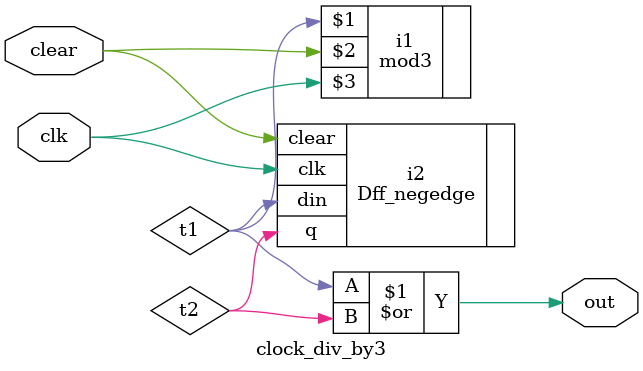
<source format=v>
`timescale 1ns / 1ps
module clock_div_by3(out, clear, clk);
    output out;
    input clear, clk;
    wire t1, t2;
    mod3 i1(t1, clear, clk);
    Dff_negedge i2(.q(t2), .din(t1), .clear(clear), .clk(clk));  // delay t1 by half clock cycle
    or i3(out, t1, t2);
endmodule
</source>
